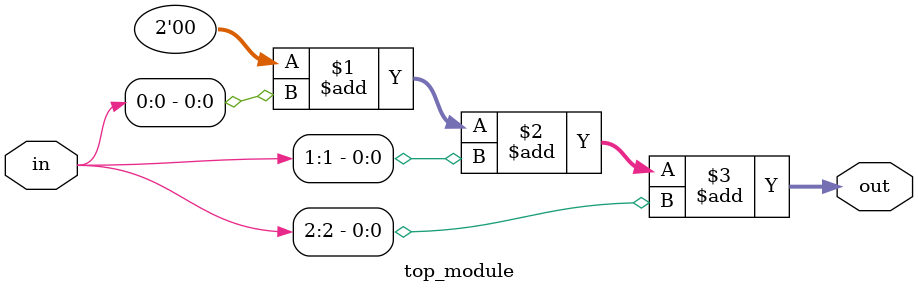
<source format=v>
module top_module( 
    input [2:0] in,
    output [1:0] out );
    
    assign out = 2'b00 + in[0] + in[1] + in[2];

endmodule

</source>
